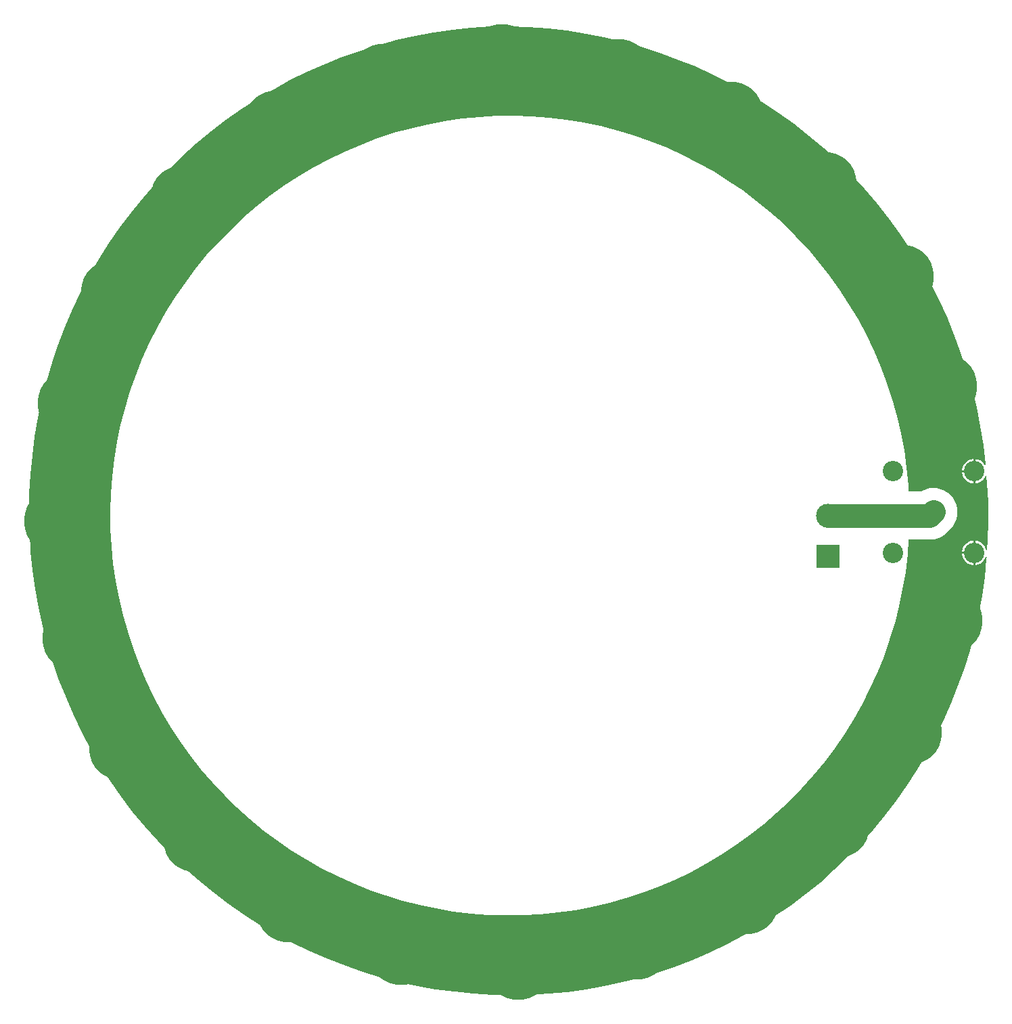
<source format=gbr>
%TF.GenerationSoftware,Altium Limited,Altium Designer,21.0.9 (235)*%
G04 Layer_Physical_Order=1*
G04 Layer_Color=255*
%FSLAX45Y45*%
%MOMM*%
%TF.SameCoordinates,F7A25A3E-D5AF-42C8-93B9-E033C83BC228*%
%TF.FilePolarity,Positive*%
%TF.FileFunction,Copper,L1,Top,Signal*%
%TF.Part,Single*%
G01*
G75*
%TA.AperFunction,Conductor*%
%ADD10C,3.00000*%
%TA.AperFunction,ViaPad*%
%ADD11C,8.00000*%
%ADD12C,3.00000*%
%ADD13R,3.00000X3.00000*%
%TA.AperFunction,ComponentPad*%
%ADD14C,2.55000*%
G36*
X233737Y6066608D02*
X472315Y6048502D01*
X709999Y6021044D01*
X946421Y5984275D01*
X1181218Y5938252D01*
X1414026Y5883047D01*
X1644488Y5818745D01*
X1872248Y5745444D01*
X2096954Y5663258D01*
X2318261Y5572313D01*
X2535826Y5472750D01*
X2749315Y5364722D01*
X2958398Y5248396D01*
X3162753Y5123951D01*
X3362064Y4991578D01*
X3556025Y4851483D01*
X3744336Y4703881D01*
X3926708Y4549000D01*
X4102858Y4387078D01*
X4272515Y4218366D01*
X4435418Y4043123D01*
X4591315Y3861619D01*
X4739966Y3674135D01*
X4881142Y3480959D01*
X5014625Y3282390D01*
X5140209Y3078733D01*
X5257701Y2870303D01*
X5366919Y2657421D01*
X5467696Y2440415D01*
X5559875Y2219620D01*
X5643315Y1995376D01*
X5717886Y1768029D01*
X5783474Y1537930D01*
X5839978Y1305433D01*
X5887311Y1070897D01*
X5925400Y834683D01*
X5954185Y597157D01*
X5954637Y591607D01*
X5942247Y587291D01*
X5928765Y607468D01*
X5907468Y628765D01*
X5882425Y645498D01*
X5854599Y657024D01*
X5825059Y662900D01*
X5822700D01*
Y509999D01*
Y357100D01*
X5825059D01*
X5854599Y362976D01*
X5882425Y374502D01*
X5907468Y391235D01*
X5928765Y412532D01*
X5945498Y437575D01*
X5952978Y455633D01*
X5965886Y453607D01*
X5973623Y358683D01*
X5983683Y119630D01*
X5984017Y-1D01*
X5984016Y-2D01*
X5985876Y-116767D01*
X5980423Y-350262D01*
X5972430Y-477751D01*
X5959651Y-478607D01*
X5957024Y-465401D01*
X5945498Y-437575D01*
X5928765Y-412532D01*
X5907468Y-391235D01*
X5882425Y-374502D01*
X5854599Y-362976D01*
X5825059Y-357100D01*
X5822700D01*
Y-510001D01*
Y-662900D01*
X5825059D01*
X5854599Y-657024D01*
X5882425Y-645498D01*
X5907468Y-628765D01*
X5928765Y-607468D01*
X5945498Y-582425D01*
X5954505Y-560681D01*
X5967048Y-563587D01*
X5965808Y-583364D01*
X5942052Y-815713D01*
X5909193Y-1046949D01*
X5867281Y-1276718D01*
X5816381Y-1504663D01*
X5756570Y-1730435D01*
X5687942Y-1953684D01*
X5610602Y-2174067D01*
X5524670Y-2391244D01*
X5430278Y-2604879D01*
X5327571Y-2814644D01*
X5216708Y-3020215D01*
X5097859Y-3221275D01*
X4971209Y-3417515D01*
X4836952Y-3608630D01*
X4695296Y-3794327D01*
X4546458Y-3974320D01*
X4390668Y-4148331D01*
X4228167Y-4316091D01*
X4059205Y-4477342D01*
X3884043Y-4631835D01*
X3702950Y-4779333D01*
X3516206Y-4919607D01*
X3324099Y-5052441D01*
X3126925Y-5177631D01*
X2924988Y-5294983D01*
X2718600Y-5404317D01*
X2508078Y-5505464D01*
X2293747Y-5598268D01*
X2075939Y-5682585D01*
X1854988Y-5758287D01*
X1631235Y-5825255D01*
X1405026Y-5883388D01*
X1176708Y-5932595D01*
X946635Y-5972800D01*
X715161Y-6003941D01*
X482643Y-6025971D01*
X249439Y-6038855D01*
X132674Y-6040715D01*
X14375Y-6043137D01*
X-222228Y-6038689D01*
X-458474Y-6024956D01*
X-693998Y-6001959D01*
X-928438Y-5969732D01*
X-1161433Y-5928327D01*
X-1392622Y-5877806D01*
X-1621649Y-5818247D01*
X-1848161Y-5749743D01*
X-2071810Y-5672399D01*
X-2292249Y-5586334D01*
X-2509140Y-5491680D01*
X-2722147Y-5388585D01*
X-2930943Y-5277207D01*
X-3135205Y-5157717D01*
X-3334618Y-5030300D01*
X-3528875Y-4895153D01*
X-3717677Y-4752483D01*
X-3900732Y-4602511D01*
X-4077757Y-4445468D01*
X-4248481Y-4281595D01*
X-4412640Y-4111147D01*
X-4569980Y-3934385D01*
X-4720259Y-3751582D01*
X-4863246Y-3563021D01*
X-4998720Y-3368990D01*
X-5126471Y-3169791D01*
X-5246304Y-2965730D01*
X-5358032Y-2757122D01*
X-5461485Y-2544288D01*
X-5556502Y-2327557D01*
X-5642937Y-2107262D01*
X-5720657Y-1883744D01*
X-5789541Y-1657347D01*
X-5849484Y-1428420D01*
X-5900394Y-1197316D01*
X-5942190Y-964392D01*
X-5974811Y-730006D01*
X-5998203Y-494520D01*
X-6012333Y-258298D01*
X-6014756Y-140000D01*
Y-119896D01*
X-6017752Y-1240D01*
X-6014424Y236125D01*
X-6001780Y473176D01*
X-5979838Y709548D01*
X-5948634Y944876D01*
X-5908214Y1178798D01*
X-5858642Y1410952D01*
X-5799994Y1640981D01*
X-5732360Y1868531D01*
X-5655845Y2093249D01*
X-5570566Y2314791D01*
X-5476655Y2532813D01*
X-5374257Y2746981D01*
X-5263529Y2956963D01*
X-5144644Y3162436D01*
X-5017782Y3363083D01*
X-4883142Y3558595D01*
X-4740929Y3748671D01*
X-4591363Y3933016D01*
X-4434676Y4111347D01*
X-4271108Y4283390D01*
X-4100911Y4448878D01*
X-3924349Y4607556D01*
X-3741693Y4759180D01*
X-3553226Y4903517D01*
X-3359236Y5040342D01*
X-3160025Y5169447D01*
X-2955899Y5290631D01*
X-2747172Y5403707D01*
X-2534167Y5508501D01*
X-2317212Y5604852D01*
X-2096641Y5692611D01*
X-1872795Y5771643D01*
X-1646019Y5841826D01*
X-1416662Y5903051D01*
X-1185078Y5955225D01*
X-951625Y5998266D01*
X-716662Y6032109D01*
X-480551Y6056701D01*
X-243656Y6072004D01*
X-125000Y6074999D01*
X-5369Y6075334D01*
X233737Y6066608D01*
D02*
G37*
%LPC*%
G36*
X5797300Y662900D02*
X5794941D01*
X5765401Y657024D01*
X5737575Y645498D01*
X5712532Y628765D01*
X5691235Y607468D01*
X5674502Y582425D01*
X5662976Y554599D01*
X5657100Y525059D01*
Y522699D01*
X5797300D01*
Y662900D01*
D02*
G37*
G36*
Y497299D02*
X5657100D01*
Y494941D01*
X5662976Y465401D01*
X5674502Y437575D01*
X5691235Y412532D01*
X5712532Y391235D01*
X5737575Y374502D01*
X5765401Y362976D01*
X5794941Y357100D01*
X5797300D01*
Y497299D01*
D02*
G37*
G36*
X53382Y4956935D02*
X-164819Y4954504D01*
X-382706Y4942557D01*
X-599865Y4921117D01*
X-815881Y4890225D01*
X-1030345Y4849941D01*
X-1242847Y4800339D01*
X-1452984Y4741516D01*
X-1660354Y4673583D01*
X-1864564Y4596669D01*
X-2065225Y4510921D01*
X-2261955Y4416501D01*
X-2454378Y4313591D01*
X-2642130Y4202384D01*
X-2824852Y4083094D01*
X-3002197Y3955948D01*
X-3173828Y3821186D01*
X-3339416Y3679067D01*
X-3498648Y3529860D01*
X-3651220Y3373849D01*
X-3796841Y3211332D01*
X-3935235Y3042617D01*
X-4066138Y2868027D01*
X-4189302Y2687892D01*
X-4304490Y2502557D01*
X-4411484Y2312374D01*
X-4510081Y2117704D01*
X-4600093Y1918920D01*
X-4681349Y1716398D01*
X-4753693Y1510525D01*
X-4816988Y1301691D01*
X-4871114Y1090296D01*
X-4915967Y876741D01*
X-4951463Y661433D01*
X-4977533Y444782D01*
X-4994128Y227199D01*
X-5001216Y9100D01*
X-5000000Y-100000D01*
X-4998785Y-209101D01*
X-4986838Y-426988D01*
X-4965398Y-644147D01*
X-4934507Y-860163D01*
X-4894222Y-1074627D01*
X-4844621Y-1287130D01*
X-4785798Y-1497266D01*
X-4717865Y-1704637D01*
X-4640951Y-1908847D01*
X-4555203Y-2109508D01*
X-4460784Y-2306237D01*
X-4357873Y-2498661D01*
X-4246667Y-2686413D01*
X-4127377Y-2869135D01*
X-4000231Y-3046480D01*
X-3865469Y-3218111D01*
X-3723350Y-3383699D01*
X-3574143Y-3542931D01*
X-3418132Y-3695503D01*
X-3255615Y-3841125D01*
X-3086901Y-3979519D01*
X-2912310Y-4110422D01*
X-2732176Y-4233585D01*
X-2546840Y-4348774D01*
X-2356657Y-4455769D01*
X-2161988Y-4554366D01*
X-1963203Y-4644378D01*
X-1760682Y-4725633D01*
X-1554808Y-4797978D01*
X-1345975Y-4861273D01*
X-1134580Y-4915399D01*
X-921025Y-4960252D01*
X-705717Y-4995748D01*
X-489066Y-5021818D01*
X-271483Y-5038413D01*
X-53384Y-5045502D01*
X164817Y-5043070D01*
X382704Y-5031123D01*
X599863Y-5009684D01*
X815879Y-4978792D01*
X1030343Y-4938507D01*
X1242846Y-4888906D01*
X1452982Y-4830083D01*
X1660353Y-4762149D01*
X1864563Y-4685235D01*
X2065223Y-4599487D01*
X2261953Y-4505068D01*
X2454377Y-4402157D01*
X2642129Y-4290951D01*
X2824851Y-4171661D01*
X3002196Y-4044514D01*
X3173826Y-3909753D01*
X3339414Y-3767633D01*
X3498646Y-3618426D01*
X3651218Y-3462415D01*
X3796840Y-3299898D01*
X3935234Y-3131183D01*
X4066137Y-2956593D01*
X4189300Y-2776458D01*
X4304488Y-2591123D01*
X4411483Y-2400940D01*
X4510080Y-2206270D01*
X4600092Y-2007486D01*
X4681347Y-1804964D01*
X4753691Y-1599091D01*
X4816986Y-1390257D01*
X4871112Y-1178862D01*
X4915965Y-965307D01*
X4951461Y-749999D01*
X4977531Y-533348D01*
X4991749Y-346927D01*
X5253997D01*
X5254000Y-346927D01*
X5301076Y-343222D01*
X5346992Y-332199D01*
X5390619Y-314128D01*
X5430881Y-289455D01*
X5466788Y-258788D01*
X5512788Y-212788D01*
X5543456Y-176881D01*
X5568128Y-136618D01*
X5586199Y-92992D01*
X5597222Y-47076D01*
X5600928Y0D01*
X5597222Y47075D01*
X5586199Y92992D01*
X5568128Y136618D01*
X5543456Y176881D01*
X5512788Y212788D01*
X5476881Y243455D01*
X5436618Y268128D01*
X5392992Y286199D01*
X5347075Y297222D01*
X5300000Y300928D01*
X5252924Y297222D01*
X5207008Y286199D01*
X5163382Y268128D01*
X5141841Y254928D01*
X4991414D01*
X4986836Y338422D01*
X4965396Y555581D01*
X4934505Y771598D01*
X4894220Y986061D01*
X4844619Y1198564D01*
X4785796Y1408700D01*
X4717863Y1616071D01*
X4640949Y1820281D01*
X4555201Y2020942D01*
X4460782Y2217671D01*
X4357871Y2410095D01*
X4246665Y2597847D01*
X4127375Y2780569D01*
X4000228Y2957914D01*
X3865467Y3129544D01*
X3723348Y3295133D01*
X3574141Y3454365D01*
X3418130Y3606937D01*
X3255613Y3752559D01*
X3086898Y3890953D01*
X2912308Y4021856D01*
X2732174Y4145019D01*
X2546838Y4260208D01*
X2356655Y4367202D01*
X2161986Y4465800D01*
X1963201Y4555812D01*
X1760679Y4637067D01*
X1554806Y4709411D01*
X1345973Y4772706D01*
X1134578Y4826832D01*
X921023Y4871686D01*
X705715Y4907181D01*
X489064Y4933252D01*
X271481Y4949847D01*
X53382Y4956935D01*
D02*
G37*
G36*
X5797300Y-357100D02*
X5794941D01*
X5765401Y-362976D01*
X5737575Y-374502D01*
X5712532Y-391235D01*
X5691235Y-412532D01*
X5674502Y-437575D01*
X5662976Y-465401D01*
X5657100Y-494941D01*
Y-497301D01*
X5797300D01*
Y-357100D01*
D02*
G37*
G36*
Y-522701D02*
X5657100D01*
Y-525059D01*
X5662976Y-554599D01*
X5674502Y-582425D01*
X5691235Y-607468D01*
X5712532Y-628765D01*
X5737575Y-645498D01*
X5765401Y-657024D01*
X5794941Y-662900D01*
X5797300D01*
Y-522701D01*
D02*
G37*
%LPD*%
D10*
X5254000Y-46000D02*
X5300000Y0D01*
X3982500Y-46000D02*
X5254000D01*
D11*
X4101582Y-3920697D02*
D03*
X1584894Y-5451377D02*
D03*
X-1359107Y-5516614D02*
D03*
X-3935328Y-4097974D02*
D03*
X-5454211Y-1577279D02*
D03*
X-5506367Y1355736D02*
D03*
X-4097974Y3935328D02*
D03*
X-1581286Y5457081D02*
D03*
X1359107Y5516614D02*
D03*
X3935328Y4097975D02*
D03*
X5441988Y1572866D02*
D03*
X5516614Y-1359107D02*
D03*
X2763397Y4986345D02*
D03*
X4905943Y2943615D02*
D03*
X5005943Y-2756385D02*
D03*
X2956201Y-4879332D02*
D03*
X100000Y-5700000D02*
D03*
X-2763397Y-4986345D02*
D03*
X-4866747Y-2951611D02*
D03*
X-5680402Y-115008D02*
D03*
X-4966747Y2748389D02*
D03*
X-2917005Y4871337D02*
D03*
X-100000Y5700000D02*
D03*
D12*
X3982500Y-46000D02*
D03*
D13*
Y-554000D02*
D03*
D14*
X5810000Y-510000D02*
D03*
Y510000D02*
D03*
X4790000D02*
D03*
Y-510000D02*
D03*
X5300000Y0D02*
D03*
%TF.MD5,6543d1c32205990f06a33c200e9b1919*%
M02*

</source>
